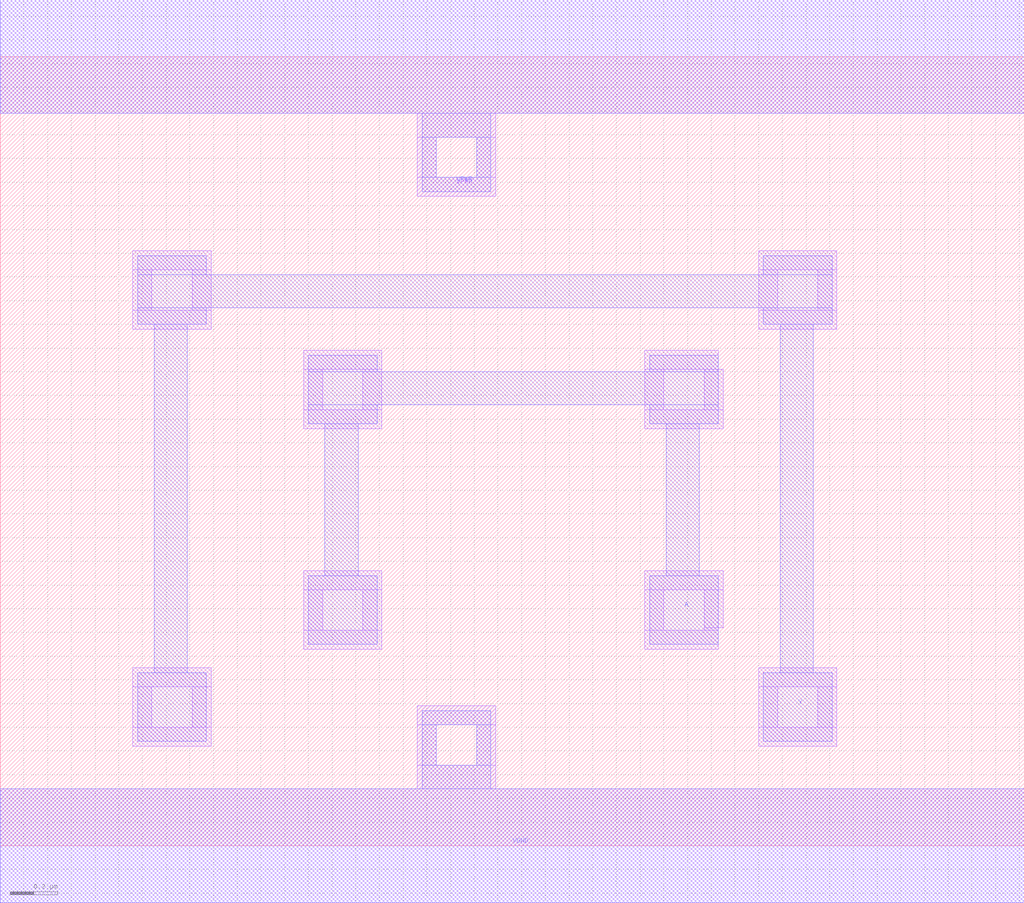
<source format=lef>
VERSION 5.7 ;
  NOWIREEXTENSIONATPIN ON ;
  DIVIDERCHAR "/" ;
  BUSBITCHARS "[]" ;
MACRO INVX4
  CLASS CORE ;
  FOREIGN INVX4 ;
  ORIGIN 0.000 0.000 ;
  SIZE 4.320 BY 3.330 ;
  SYMMETRY X Y R90 ;
  SITE unit ;
  PIN VPWR
    DIRECTION INOUT ;
    USE POWER ;
    SHAPE ABUTMENT ;
    PORT
      LAYER met1 ;
        RECT 0.000 3.090 4.320 3.570 ;
        RECT 1.780 2.990 2.070 3.090 ;
        RECT 1.780 2.820 1.840 2.990 ;
        RECT 2.010 2.820 2.070 2.990 ;
        RECT 1.780 2.760 2.070 2.820 ;
    END
    PORT
      LAYER li1 ;
        RECT 0.000 3.090 4.320 3.570 ;
        RECT 1.760 2.990 2.090 3.090 ;
        RECT 1.760 2.820 1.840 2.990 ;
        RECT 2.010 2.820 2.090 2.990 ;
        RECT 1.760 2.740 2.090 2.820 ;
    END
  END VPWR
  PIN VGND
    DIRECTION INOUT ;
    USE GROUND ;
    SHAPE ABUTMENT ;
    PORT
      LAYER met1 ;
        RECT 1.780 0.510 2.070 0.570 ;
        RECT 1.780 0.340 1.840 0.510 ;
        RECT 2.010 0.340 2.070 0.510 ;
        RECT 1.780 0.240 2.070 0.340 ;
        RECT 0.000 -0.240 4.320 0.240 ;
    END
    PORT
      LAYER li1 ;
        RECT 1.760 0.510 2.090 0.590 ;
        RECT 1.760 0.340 1.840 0.510 ;
        RECT 2.010 0.340 2.090 0.510 ;
        RECT 1.760 0.240 2.090 0.340 ;
        RECT 0.000 -0.240 4.320 0.240 ;
    END
  END VGND
  PIN Y
    DIRECTION INOUT ;
    USE SIGNAL ;
    SHAPE ABUTMENT ;
    PORT
      LAYER met1 ;
        RECT 0.580 2.410 0.870 2.490 ;
        RECT 3.220 2.410 3.510 2.490 ;
        RECT 0.580 2.270 3.510 2.410 ;
        RECT 0.580 2.200 0.870 2.270 ;
        RECT 3.220 2.200 3.510 2.270 ;
        RECT 0.650 0.730 0.790 2.200 ;
        RECT 3.290 0.730 3.430 2.200 ;
        RECT 0.580 0.440 0.870 0.730 ;
        RECT 3.220 0.440 3.510 0.730 ;
    END
  END Y
  PIN A
    DIRECTION INOUT ;
    USE SIGNAL ;
    SHAPE ABUTMENT ;
    PORT
      LAYER met1 ;
        RECT 1.300 2.000 1.590 2.070 ;
        RECT 2.740 2.000 3.030 2.070 ;
        RECT 1.300 1.860 3.030 2.000 ;
        RECT 1.300 1.780 1.590 1.860 ;
        RECT 2.740 1.780 3.030 1.860 ;
        RECT 1.370 1.140 1.510 1.780 ;
        RECT 2.810 1.140 2.950 1.780 ;
        RECT 1.300 0.850 1.590 1.140 ;
        RECT 2.740 0.850 3.030 1.140 ;
    END
  END A
  OBS
      LAYER li1 ;
        RECT 0.560 2.430 0.890 2.510 ;
        RECT 0.560 2.260 0.640 2.430 ;
        RECT 0.810 2.260 0.890 2.430 ;
        RECT 0.560 2.180 0.890 2.260 ;
        RECT 3.200 2.430 3.530 2.510 ;
        RECT 3.200 2.260 3.280 2.430 ;
        RECT 3.450 2.260 3.530 2.430 ;
        RECT 3.200 2.180 3.530 2.260 ;
        RECT 1.280 2.010 1.610 2.090 ;
        RECT 1.280 1.840 1.360 2.010 ;
        RECT 1.530 1.840 1.610 2.010 ;
        RECT 1.280 1.760 1.610 1.840 ;
        RECT 2.720 2.010 3.030 2.090 ;
        RECT 2.720 1.840 2.800 2.010 ;
        RECT 2.970 1.840 3.050 2.010 ;
        RECT 2.720 1.760 3.050 1.840 ;
        RECT 1.280 1.080 1.610 1.160 ;
        RECT 1.280 0.910 1.360 1.080 ;
        RECT 1.530 0.910 1.610 1.080 ;
        RECT 1.280 0.830 1.610 0.910 ;
        RECT 2.720 1.080 3.050 1.160 ;
        RECT 2.720 0.910 2.800 1.080 ;
        RECT 2.970 0.920 3.050 1.080 ;
        RECT 2.970 0.910 3.030 0.920 ;
        RECT 2.720 0.830 3.030 0.910 ;
        RECT 0.560 0.670 0.890 0.750 ;
        RECT 0.560 0.500 0.640 0.670 ;
        RECT 0.810 0.500 0.890 0.670 ;
        RECT 0.560 0.420 0.890 0.500 ;
        RECT 3.200 0.670 3.530 0.750 ;
        RECT 3.200 0.500 3.280 0.670 ;
        RECT 3.450 0.500 3.530 0.670 ;
        RECT 3.200 0.420 3.530 0.500 ;
  END
END INVX4
END LIBRARY


</source>
